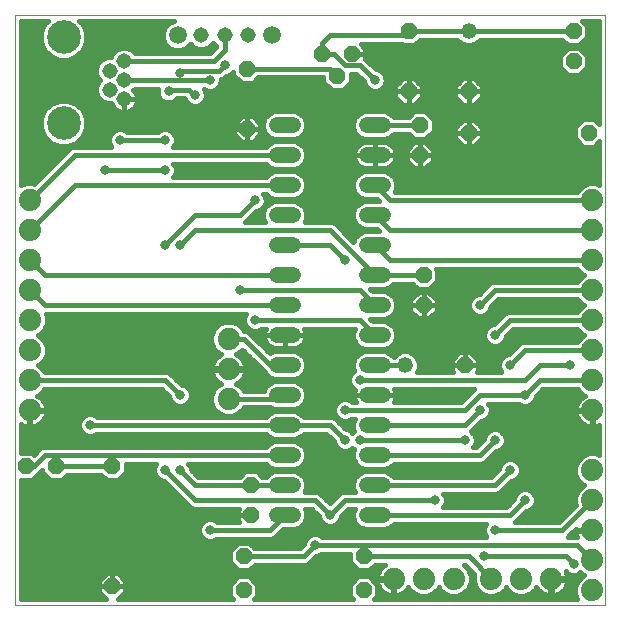
<source format=gbl>
G75*
%MOIN*%
%OFA0B0*%
%FSLAX25Y25*%
%IPPOS*%
%LPD*%
%AMOC8*
5,1,8,0,0,1.08239X$1,22.5*
%
%ADD10C,0.00000*%
%ADD11OC8,0.05200*%
%ADD12C,0.05200*%
%ADD13C,0.05150*%
%ADD14C,0.11220*%
%ADD15C,0.07400*%
%ADD16C,0.05200*%
%ADD17C,0.05937*%
%ADD18C,0.01600*%
%ADD19C,0.03169*%
D10*
X0001800Y0002083D02*
X0001800Y0198934D01*
X0198650Y0198934D01*
X0198650Y0002083D01*
X0001800Y0002083D01*
D11*
X0034300Y0008333D03*
X0034300Y0048333D03*
X0015550Y0048333D03*
X0005550Y0048333D03*
X0078050Y0018333D03*
X0078050Y0007083D03*
X0080550Y0032083D03*
X0080550Y0042083D03*
X0118050Y0018333D03*
X0118050Y0007083D03*
X0151800Y0082083D03*
X0138050Y0102083D03*
X0138050Y0112083D03*
X0136800Y0152083D03*
X0136800Y0162083D03*
X0133050Y0173333D03*
X0114300Y0185833D03*
X0109300Y0178333D03*
X0104300Y0185833D03*
X0079300Y0180833D03*
X0079300Y0160833D03*
X0133050Y0193333D03*
X0153050Y0173333D03*
X0153050Y0159583D03*
X0188050Y0183333D03*
X0188050Y0193333D03*
X0193050Y0159583D03*
D12*
X0153050Y0193333D03*
X0131800Y0082083D03*
D13*
X0038129Y0170784D03*
X0033404Y0173934D03*
X0038129Y0177083D03*
X0033404Y0180233D03*
X0038129Y0183383D03*
X0063926Y0192083D03*
X0071800Y0192083D03*
X0079674Y0192083D03*
D14*
X0018050Y0191453D03*
X0018050Y0162713D03*
D15*
X0006800Y0137083D03*
X0006800Y0127083D03*
X0006800Y0117083D03*
X0006800Y0107083D03*
X0006800Y0097083D03*
X0006800Y0087083D03*
X0006800Y0077083D03*
X0006800Y0067083D03*
X0073050Y0070833D03*
X0073050Y0080833D03*
X0073050Y0090833D03*
X0128050Y0010833D03*
X0138050Y0010833D03*
X0148050Y0010833D03*
X0160550Y0010833D03*
X0170550Y0010833D03*
X0180550Y0010833D03*
X0194300Y0007083D03*
X0194300Y0017083D03*
X0194300Y0027083D03*
X0194300Y0037083D03*
X0194300Y0047083D03*
X0194300Y0067083D03*
X0194300Y0077083D03*
X0194300Y0087083D03*
X0194300Y0097083D03*
X0194300Y0107083D03*
X0194300Y0117083D03*
X0194300Y0127083D03*
X0194300Y0137083D03*
D16*
X0124400Y0132083D02*
X0119200Y0132083D01*
X0119200Y0142083D02*
X0124400Y0142083D01*
X0124400Y0152083D02*
X0119200Y0152083D01*
X0119200Y0162083D02*
X0124400Y0162083D01*
X0094400Y0162083D02*
X0089200Y0162083D01*
X0089200Y0152083D02*
X0094400Y0152083D01*
X0094400Y0142083D02*
X0089200Y0142083D01*
X0089200Y0132083D02*
X0094400Y0132083D01*
X0094400Y0122083D02*
X0089200Y0122083D01*
X0089200Y0112083D02*
X0094400Y0112083D01*
X0094400Y0102083D02*
X0089200Y0102083D01*
X0089200Y0092083D02*
X0094400Y0092083D01*
X0094400Y0082083D02*
X0089200Y0082083D01*
X0089200Y0072083D02*
X0094400Y0072083D01*
X0094400Y0062083D02*
X0089200Y0062083D01*
X0089200Y0052083D02*
X0094400Y0052083D01*
X0094400Y0042083D02*
X0089200Y0042083D01*
X0089200Y0032083D02*
X0094400Y0032083D01*
X0119200Y0032083D02*
X0124400Y0032083D01*
X0124400Y0042083D02*
X0119200Y0042083D01*
X0119200Y0052083D02*
X0124400Y0052083D01*
X0124400Y0062083D02*
X0119200Y0062083D01*
X0119200Y0072083D02*
X0124400Y0072083D01*
X0124400Y0082083D02*
X0119200Y0082083D01*
X0119200Y0092083D02*
X0124400Y0092083D01*
X0124400Y0102083D02*
X0119200Y0102083D01*
X0119200Y0112083D02*
X0124400Y0112083D01*
X0124400Y0122083D02*
X0119200Y0122083D01*
D17*
X0087548Y0192083D03*
X0056052Y0192083D03*
D18*
X0057996Y0187511D02*
X0063011Y0187511D01*
X0063016Y0187509D02*
X0064836Y0187509D01*
X0066517Y0188205D01*
X0067804Y0189492D01*
X0067863Y0189634D01*
X0067922Y0189492D01*
X0069000Y0188414D01*
X0069000Y0188243D01*
X0066939Y0186183D01*
X0041798Y0186183D01*
X0040720Y0187261D01*
X0039039Y0187957D01*
X0037219Y0187957D01*
X0035537Y0187261D01*
X0034250Y0185974D01*
X0033767Y0184808D01*
X0032494Y0184808D01*
X0030813Y0184111D01*
X0029526Y0182824D01*
X0028830Y0181143D01*
X0028830Y0179323D01*
X0029526Y0177642D01*
X0030084Y0177083D01*
X0029526Y0176525D01*
X0028830Y0174844D01*
X0028830Y0173024D01*
X0029526Y0171342D01*
X0030813Y0170055D01*
X0032494Y0169359D01*
X0033992Y0169359D01*
X0034074Y0169105D01*
X0034387Y0168491D01*
X0034792Y0167934D01*
X0035279Y0167447D01*
X0035836Y0167042D01*
X0036449Y0166730D01*
X0024623Y0166730D01*
X0024502Y0167024D02*
X0022361Y0169165D01*
X0019564Y0170323D01*
X0016536Y0170323D01*
X0013739Y0169165D01*
X0011598Y0167024D01*
X0010440Y0164227D01*
X0010440Y0161199D01*
X0011598Y0158402D01*
X0013739Y0156262D01*
X0016536Y0155103D01*
X0019564Y0155103D01*
X0022361Y0156262D01*
X0024502Y0158402D01*
X0025660Y0161199D01*
X0025660Y0164227D01*
X0024502Y0167024D01*
X0023197Y0168329D02*
X0034505Y0168329D01*
X0036449Y0166730D02*
X0037104Y0166517D01*
X0037784Y0166409D01*
X0038129Y0166409D01*
X0038473Y0166409D01*
X0039153Y0166517D01*
X0039808Y0166730D01*
X0040422Y0167042D01*
X0040979Y0167447D01*
X0041466Y0167934D01*
X0041870Y0168491D01*
X0042183Y0169105D01*
X0042396Y0169760D01*
X0042504Y0170440D01*
X0042504Y0170784D01*
X0038129Y0170784D01*
X0038129Y0170784D01*
X0042504Y0170784D01*
X0042504Y0171128D01*
X0042396Y0171809D01*
X0042183Y0172463D01*
X0041870Y0173077D01*
X0041466Y0173634D01*
X0041307Y0173792D01*
X0041798Y0174283D01*
X0049564Y0174283D01*
X0049466Y0174046D01*
X0049466Y0172620D01*
X0050011Y0171303D01*
X0051020Y0170295D01*
X0052337Y0169749D01*
X0053763Y0169749D01*
X0055080Y0170295D01*
X0055919Y0171134D01*
X0058314Y0171134D01*
X0058761Y0170053D01*
X0059770Y0169045D01*
X0061087Y0168499D01*
X0062513Y0168499D01*
X0063830Y0169045D01*
X0064839Y0170053D01*
X0065384Y0171370D01*
X0065384Y0172796D01*
X0064887Y0173996D01*
X0066087Y0173499D01*
X0067513Y0173499D01*
X0068830Y0174045D01*
X0069839Y0175053D01*
X0070384Y0176370D01*
X0070384Y0177433D01*
X0070507Y0177433D01*
X0071536Y0177859D01*
X0072176Y0178499D01*
X0072513Y0178499D01*
X0073830Y0179045D01*
X0074700Y0179914D01*
X0074700Y0178928D01*
X0077395Y0176233D01*
X0081205Y0176233D01*
X0083005Y0178033D01*
X0104700Y0178033D01*
X0104700Y0176428D01*
X0107395Y0173733D01*
X0111205Y0173733D01*
X0113900Y0176428D01*
X0113900Y0179283D01*
X0115640Y0179283D01*
X0118216Y0176708D01*
X0118216Y0176370D01*
X0118761Y0175053D01*
X0119770Y0174045D01*
X0121087Y0173499D01*
X0122513Y0173499D01*
X0123830Y0174045D01*
X0124839Y0175053D01*
X0125384Y0176370D01*
X0125384Y0177796D01*
X0124839Y0179114D01*
X0123830Y0180122D01*
X0122513Y0180668D01*
X0122176Y0180668D01*
X0118700Y0184143D01*
X0118700Y0185833D01*
X0114300Y0185833D01*
X0114300Y0185833D01*
X0118700Y0185833D01*
X0118700Y0187656D01*
X0117073Y0189283D01*
X0130595Y0189283D01*
X0131145Y0188733D01*
X0134955Y0188733D01*
X0136755Y0190533D01*
X0149345Y0190533D01*
X0150444Y0189434D01*
X0152135Y0188733D01*
X0153965Y0188733D01*
X0155656Y0189434D01*
X0156755Y0190533D01*
X0184345Y0190533D01*
X0186145Y0188733D01*
X0189955Y0188733D01*
X0192650Y0191428D01*
X0192650Y0195239D01*
X0190955Y0196934D01*
X0196650Y0196934D01*
X0196650Y0162488D01*
X0194955Y0164183D01*
X0191145Y0164183D01*
X0188450Y0161489D01*
X0188450Y0157678D01*
X0191145Y0154983D01*
X0194955Y0154983D01*
X0196650Y0156678D01*
X0196650Y0142279D01*
X0195434Y0142783D01*
X0193166Y0142783D01*
X0191071Y0141916D01*
X0189468Y0140312D01*
X0189290Y0139883D01*
X0128468Y0139883D01*
X0129000Y0141168D01*
X0129000Y0142998D01*
X0128300Y0144689D01*
X0127006Y0145983D01*
X0125315Y0146683D01*
X0118285Y0146683D01*
X0116594Y0145983D01*
X0115300Y0144689D01*
X0114600Y0142998D01*
X0114600Y0141168D01*
X0115300Y0139478D01*
X0116594Y0138184D01*
X0118285Y0137483D01*
X0122440Y0137483D01*
X0123240Y0136683D01*
X0118285Y0136683D01*
X0116594Y0135983D01*
X0115300Y0134689D01*
X0114600Y0132998D01*
X0114600Y0131168D01*
X0115300Y0129478D01*
X0116594Y0128184D01*
X0118285Y0127483D01*
X0122440Y0127483D01*
X0123240Y0126683D01*
X0118285Y0126683D01*
X0116594Y0125983D01*
X0115300Y0124689D01*
X0114672Y0123171D01*
X0108386Y0129457D01*
X0107357Y0129883D01*
X0098468Y0129883D01*
X0099000Y0131168D01*
X0099000Y0132998D01*
X0098300Y0134689D01*
X0097006Y0135983D01*
X0095315Y0136683D01*
X0088285Y0136683D01*
X0086594Y0135983D01*
X0085300Y0134689D01*
X0084600Y0132998D01*
X0084600Y0131168D01*
X0085132Y0129883D01*
X0078560Y0129883D01*
X0079174Y0130497D01*
X0082176Y0133499D01*
X0082513Y0133499D01*
X0083830Y0134045D01*
X0084839Y0135053D01*
X0085384Y0136370D01*
X0085384Y0137796D01*
X0084839Y0139114D01*
X0084669Y0139283D01*
X0085495Y0139283D01*
X0086594Y0138184D01*
X0088285Y0137483D01*
X0095315Y0137483D01*
X0097006Y0138184D01*
X0098300Y0139478D01*
X0099000Y0141168D01*
X0099000Y0142998D01*
X0098300Y0144689D01*
X0097006Y0145983D01*
X0095315Y0146683D01*
X0088285Y0146683D01*
X0086594Y0145983D01*
X0085495Y0144883D01*
X0054669Y0144883D01*
X0054839Y0145053D01*
X0055384Y0146370D01*
X0055384Y0147796D01*
X0054839Y0149114D01*
X0054669Y0149283D01*
X0085495Y0149283D01*
X0086594Y0148184D01*
X0088285Y0147483D01*
X0095315Y0147483D01*
X0097006Y0148184D01*
X0098300Y0149478D01*
X0099000Y0151168D01*
X0099000Y0152998D01*
X0098300Y0154689D01*
X0097006Y0155983D01*
X0095315Y0156683D01*
X0088285Y0156683D01*
X0086594Y0155983D01*
X0085495Y0154883D01*
X0054669Y0154883D01*
X0054839Y0155053D01*
X0055384Y0156370D01*
X0055384Y0157796D01*
X0054839Y0159114D01*
X0053830Y0160122D01*
X0052513Y0160668D01*
X0051087Y0160668D01*
X0049770Y0160122D01*
X0049531Y0159883D01*
X0039069Y0159883D01*
X0038830Y0160122D01*
X0037513Y0160668D01*
X0036087Y0160668D01*
X0034770Y0160122D01*
X0033761Y0159114D01*
X0033216Y0157796D01*
X0033216Y0156370D01*
X0033761Y0155053D01*
X0033931Y0154883D01*
X0021243Y0154883D01*
X0020214Y0154457D01*
X0019426Y0153669D01*
X0008363Y0142606D01*
X0007934Y0142783D01*
X0005666Y0142783D01*
X0003800Y0142010D01*
X0003800Y0196934D01*
X0012768Y0196934D01*
X0011598Y0195764D01*
X0010440Y0192967D01*
X0010440Y0189940D01*
X0011598Y0187143D01*
X0013739Y0185002D01*
X0016536Y0183843D01*
X0019564Y0183843D01*
X0022361Y0185002D01*
X0024502Y0187143D01*
X0025660Y0189940D01*
X0025660Y0192967D01*
X0024502Y0195764D01*
X0023332Y0196934D01*
X0054779Y0196934D01*
X0053238Y0196295D01*
X0051840Y0194898D01*
X0051083Y0193072D01*
X0051083Y0191095D01*
X0051840Y0189269D01*
X0053238Y0187871D01*
X0055064Y0187115D01*
X0057040Y0187115D01*
X0058866Y0187871D01*
X0060264Y0189269D01*
X0060266Y0189274D01*
X0061335Y0188205D01*
X0063016Y0187509D01*
X0064841Y0187511D02*
X0068268Y0187511D01*
X0068304Y0189109D02*
X0067422Y0189109D01*
X0071800Y0187083D02*
X0071800Y0192083D01*
X0071800Y0187083D02*
X0068099Y0183383D01*
X0038129Y0183383D01*
X0040117Y0187511D02*
X0054108Y0187511D01*
X0052000Y0189109D02*
X0025316Y0189109D01*
X0025660Y0190708D02*
X0051244Y0190708D01*
X0051083Y0192306D02*
X0025660Y0192306D01*
X0025272Y0193905D02*
X0051429Y0193905D01*
X0052445Y0195503D02*
X0024610Y0195503D01*
X0024654Y0187511D02*
X0036140Y0187511D01*
X0034225Y0185912D02*
X0023271Y0185912D01*
X0020700Y0184314D02*
X0031301Y0184314D01*
X0029481Y0182715D02*
X0003800Y0182715D01*
X0003800Y0181117D02*
X0028830Y0181117D01*
X0028830Y0179518D02*
X0003800Y0179518D01*
X0003800Y0177920D02*
X0029411Y0177920D01*
X0029441Y0176321D02*
X0003800Y0176321D01*
X0003800Y0174723D02*
X0028830Y0174723D01*
X0028830Y0173124D02*
X0003800Y0173124D01*
X0003800Y0171526D02*
X0029450Y0171526D01*
X0031123Y0169927D02*
X0020521Y0169927D01*
X0015579Y0169927D02*
X0003800Y0169927D01*
X0003800Y0168329D02*
X0012903Y0168329D01*
X0011477Y0166730D02*
X0003800Y0166730D01*
X0003800Y0165131D02*
X0010814Y0165131D01*
X0010440Y0163533D02*
X0003800Y0163533D01*
X0003800Y0161934D02*
X0010440Y0161934D01*
X0010797Y0160336D02*
X0003800Y0160336D01*
X0003800Y0158737D02*
X0011460Y0158737D01*
X0012862Y0157139D02*
X0003800Y0157139D01*
X0003800Y0155540D02*
X0015480Y0155540D01*
X0018100Y0152343D02*
X0003800Y0152343D01*
X0003800Y0150745D02*
X0016502Y0150745D01*
X0014903Y0149146D02*
X0003800Y0149146D01*
X0003800Y0147548D02*
X0013305Y0147548D01*
X0011706Y0145949D02*
X0003800Y0145949D01*
X0003800Y0144351D02*
X0010108Y0144351D01*
X0008509Y0142752D02*
X0008009Y0142752D01*
X0005591Y0142752D02*
X0003800Y0142752D01*
X0006800Y0137083D02*
X0021800Y0152083D01*
X0091800Y0152083D01*
X0095471Y0147548D02*
X0196650Y0147548D01*
X0196650Y0149146D02*
X0140086Y0149146D01*
X0141200Y0150261D02*
X0138623Y0147683D01*
X0136800Y0147683D01*
X0136800Y0152083D01*
X0136800Y0147683D01*
X0134977Y0147683D01*
X0132400Y0150261D01*
X0132400Y0152083D01*
X0136800Y0152083D01*
X0136800Y0152083D01*
X0136800Y0152083D01*
X0136800Y0152083D01*
X0141200Y0152083D01*
X0141200Y0150261D01*
X0141200Y0150745D02*
X0196650Y0150745D01*
X0196650Y0152343D02*
X0141200Y0152343D01*
X0141200Y0152083D02*
X0141200Y0153906D01*
X0138623Y0156483D01*
X0136800Y0156483D01*
X0134977Y0156483D01*
X0132400Y0153906D01*
X0132400Y0152083D01*
X0136800Y0152083D01*
X0141200Y0152083D01*
X0141164Y0153942D02*
X0196650Y0153942D01*
X0196650Y0155540D02*
X0195512Y0155540D01*
X0190588Y0155540D02*
X0155230Y0155540D01*
X0154873Y0155183D02*
X0157450Y0157761D01*
X0157450Y0159583D01*
X0153050Y0159583D01*
X0153050Y0155183D01*
X0154873Y0155183D01*
X0153050Y0155183D02*
X0153050Y0159583D01*
X0153050Y0159583D01*
X0153050Y0159583D01*
X0148650Y0159583D01*
X0148650Y0157761D01*
X0151227Y0155183D01*
X0153050Y0155183D01*
X0153050Y0155540D02*
X0153050Y0155540D01*
X0153050Y0157139D02*
X0153050Y0157139D01*
X0153050Y0158737D02*
X0153050Y0158737D01*
X0153050Y0159583D02*
X0153050Y0159583D01*
X0157450Y0159583D01*
X0157450Y0161406D01*
X0154873Y0163983D01*
X0153050Y0163983D01*
X0151227Y0163983D01*
X0148650Y0161406D01*
X0148650Y0159583D01*
X0153050Y0159583D01*
X0153050Y0163983D01*
X0153050Y0159583D01*
X0153050Y0159583D01*
X0153050Y0160336D02*
X0153050Y0160336D01*
X0153050Y0161934D02*
X0153050Y0161934D01*
X0153050Y0163533D02*
X0153050Y0163533D01*
X0155323Y0163533D02*
X0190494Y0163533D01*
X0188896Y0161934D02*
X0156921Y0161934D01*
X0157450Y0160336D02*
X0188450Y0160336D01*
X0188450Y0158737D02*
X0157450Y0158737D01*
X0156828Y0157139D02*
X0188989Y0157139D01*
X0195606Y0163533D02*
X0196650Y0163533D01*
X0196650Y0165131D02*
X0140257Y0165131D01*
X0141400Y0163989D02*
X0138705Y0166683D01*
X0134895Y0166683D01*
X0133095Y0164883D01*
X0128105Y0164883D01*
X0127006Y0165983D01*
X0125315Y0166683D01*
X0118285Y0166683D01*
X0116594Y0165983D01*
X0115300Y0164689D01*
X0114600Y0162998D01*
X0114600Y0161168D01*
X0115300Y0159478D01*
X0116594Y0158184D01*
X0118285Y0157483D01*
X0125315Y0157483D01*
X0127006Y0158184D01*
X0128105Y0159283D01*
X0133095Y0159283D01*
X0134895Y0157483D01*
X0138705Y0157483D01*
X0141400Y0160178D01*
X0141400Y0163989D01*
X0141400Y0163533D02*
X0150777Y0163533D01*
X0149179Y0161934D02*
X0141400Y0161934D01*
X0141400Y0160336D02*
X0148650Y0160336D01*
X0148650Y0158737D02*
X0139959Y0158737D01*
X0139565Y0155540D02*
X0150870Y0155540D01*
X0149272Y0157139D02*
X0081828Y0157139D01*
X0081123Y0156433D02*
X0083700Y0159011D01*
X0083700Y0160833D01*
X0079300Y0160833D01*
X0079300Y0156433D01*
X0079300Y0160833D01*
X0079300Y0160833D01*
X0074900Y0160833D01*
X0074900Y0159011D01*
X0077477Y0156433D01*
X0079300Y0156433D01*
X0081123Y0156433D01*
X0079300Y0157139D02*
X0079300Y0157139D01*
X0079300Y0158737D02*
X0079300Y0158737D01*
X0079300Y0160336D02*
X0079300Y0160336D01*
X0079300Y0160833D02*
X0079300Y0160833D01*
X0079300Y0160833D01*
X0078050Y0162083D01*
X0041800Y0162083D01*
X0038314Y0160336D02*
X0050286Y0160336D01*
X0051800Y0157083D02*
X0036800Y0157083D01*
X0035286Y0160336D02*
X0025303Y0160336D01*
X0025660Y0161934D02*
X0074900Y0161934D01*
X0074900Y0162656D02*
X0074900Y0160833D01*
X0079300Y0160833D01*
X0083700Y0160833D01*
X0083700Y0162656D01*
X0081123Y0165233D01*
X0079300Y0165233D01*
X0077477Y0165233D01*
X0074900Y0162656D01*
X0075777Y0163533D02*
X0025660Y0163533D01*
X0025286Y0165131D02*
X0077376Y0165131D01*
X0079300Y0165131D02*
X0079300Y0165131D01*
X0079300Y0165233D02*
X0079300Y0160833D01*
X0079300Y0160833D01*
X0079300Y0165233D01*
X0079300Y0163533D02*
X0079300Y0163533D01*
X0079300Y0161934D02*
X0079300Y0161934D01*
X0081224Y0165131D02*
X0085743Y0165131D01*
X0085300Y0164689D02*
X0084600Y0162998D01*
X0084600Y0161168D01*
X0085300Y0159478D01*
X0086594Y0158184D01*
X0088285Y0157483D01*
X0095315Y0157483D01*
X0097006Y0158184D01*
X0098300Y0159478D01*
X0099000Y0161168D01*
X0099000Y0162998D01*
X0098300Y0164689D01*
X0097006Y0165983D01*
X0095315Y0166683D01*
X0088285Y0166683D01*
X0086594Y0165983D01*
X0085300Y0164689D01*
X0084821Y0163533D02*
X0082823Y0163533D01*
X0083700Y0161934D02*
X0084600Y0161934D01*
X0084945Y0160336D02*
X0083700Y0160336D01*
X0083427Y0158737D02*
X0086041Y0158737D01*
X0086152Y0155540D02*
X0055040Y0155540D01*
X0055384Y0157139D02*
X0076772Y0157139D01*
X0075173Y0158737D02*
X0054994Y0158737D01*
X0053314Y0160336D02*
X0074900Y0160336D01*
X0064713Y0169927D02*
X0130234Y0169927D01*
X0131227Y0168933D02*
X0128650Y0171511D01*
X0128650Y0173333D01*
X0133050Y0173333D01*
X0133050Y0168933D01*
X0133050Y0173333D01*
X0133050Y0173333D01*
X0133050Y0173333D01*
X0133050Y0173333D01*
X0137450Y0173333D01*
X0137450Y0171511D01*
X0134873Y0168933D01*
X0133050Y0168933D01*
X0131227Y0168933D01*
X0133050Y0169927D02*
X0133050Y0169927D01*
X0133050Y0171526D02*
X0133050Y0171526D01*
X0133050Y0173124D02*
X0133050Y0173124D01*
X0133050Y0173333D02*
X0128650Y0173333D01*
X0128650Y0175156D01*
X0131227Y0177733D01*
X0133050Y0177733D01*
X0133050Y0173333D01*
X0137450Y0173333D01*
X0137450Y0175156D01*
X0134873Y0177733D01*
X0133050Y0177733D01*
X0133050Y0173333D01*
X0133050Y0173333D01*
X0133050Y0174723D02*
X0133050Y0174723D01*
X0133050Y0176321D02*
X0133050Y0176321D01*
X0136285Y0176321D02*
X0149815Y0176321D01*
X0148650Y0175156D02*
X0148650Y0173333D01*
X0148650Y0171511D01*
X0151227Y0168933D01*
X0153050Y0168933D01*
X0153050Y0173333D01*
X0153050Y0168933D01*
X0154873Y0168933D01*
X0157450Y0171511D01*
X0157450Y0173333D01*
X0153050Y0173333D01*
X0153050Y0173333D01*
X0148650Y0173333D01*
X0153050Y0173333D01*
X0153050Y0173333D01*
X0153050Y0173333D01*
X0157450Y0173333D01*
X0157450Y0175156D01*
X0154873Y0177733D01*
X0153050Y0177733D01*
X0151227Y0177733D01*
X0148650Y0175156D01*
X0148650Y0174723D02*
X0137450Y0174723D01*
X0137450Y0173124D02*
X0148650Y0173124D01*
X0148650Y0171526D02*
X0137450Y0171526D01*
X0135866Y0169927D02*
X0150234Y0169927D01*
X0153050Y0169927D02*
X0153050Y0169927D01*
X0153050Y0171526D02*
X0153050Y0171526D01*
X0153050Y0173124D02*
X0153050Y0173124D01*
X0153050Y0173333D02*
X0153050Y0177733D01*
X0153050Y0173333D01*
X0153050Y0173333D01*
X0153050Y0174723D02*
X0153050Y0174723D01*
X0153050Y0176321D02*
X0153050Y0176321D01*
X0156285Y0176321D02*
X0196650Y0176321D01*
X0196650Y0174723D02*
X0157450Y0174723D01*
X0157450Y0173124D02*
X0196650Y0173124D01*
X0196650Y0171526D02*
X0157450Y0171526D01*
X0155866Y0169927D02*
X0196650Y0169927D01*
X0196650Y0168329D02*
X0041752Y0168329D01*
X0042422Y0169927D02*
X0051907Y0169927D01*
X0054193Y0169927D02*
X0058887Y0169927D01*
X0061800Y0172083D02*
X0059950Y0173934D01*
X0053650Y0173934D01*
X0053050Y0173333D01*
X0049466Y0173124D02*
X0041836Y0173124D01*
X0042441Y0171526D02*
X0049919Y0171526D01*
X0056800Y0179583D02*
X0057450Y0180233D01*
X0069950Y0180233D01*
X0071800Y0182083D01*
X0074304Y0179518D02*
X0074700Y0179518D01*
X0075708Y0177920D02*
X0071596Y0177920D01*
X0070364Y0176321D02*
X0077307Y0176321D01*
X0081293Y0176321D02*
X0104807Y0176321D01*
X0104700Y0177920D02*
X0082892Y0177920D01*
X0079300Y0180833D02*
X0106800Y0180833D01*
X0109300Y0178333D01*
X0111800Y0182083D02*
X0116800Y0182083D01*
X0121800Y0177083D01*
X0119092Y0174723D02*
X0112195Y0174723D01*
X0113793Y0176321D02*
X0118236Y0176321D01*
X0117004Y0177920D02*
X0113900Y0177920D01*
X0111800Y0182083D02*
X0108050Y0185833D01*
X0104300Y0185833D01*
X0104300Y0189583D01*
X0106800Y0192083D01*
X0131800Y0192083D01*
X0133050Y0193333D01*
X0153050Y0193333D01*
X0188050Y0193333D01*
X0192650Y0193905D02*
X0196650Y0193905D01*
X0196650Y0195503D02*
X0192385Y0195503D01*
X0192650Y0192306D02*
X0196650Y0192306D01*
X0196650Y0190708D02*
X0191930Y0190708D01*
X0190331Y0189109D02*
X0196650Y0189109D01*
X0196650Y0187511D02*
X0190378Y0187511D01*
X0189955Y0187933D02*
X0186145Y0187933D01*
X0183450Y0185239D01*
X0183450Y0181428D01*
X0186145Y0178733D01*
X0189955Y0178733D01*
X0192650Y0181428D01*
X0192650Y0185239D01*
X0189955Y0187933D01*
X0191977Y0185912D02*
X0196650Y0185912D01*
X0196650Y0184314D02*
X0192650Y0184314D01*
X0192650Y0182715D02*
X0196650Y0182715D01*
X0196650Y0181117D02*
X0192339Y0181117D01*
X0190740Y0179518D02*
X0196650Y0179518D01*
X0196650Y0177920D02*
X0125333Y0177920D01*
X0125364Y0176321D02*
X0129815Y0176321D01*
X0128650Y0174723D02*
X0124508Y0174723D01*
X0128650Y0173124D02*
X0065248Y0173124D01*
X0065384Y0171526D02*
X0128650Y0171526D01*
X0124434Y0179518D02*
X0185360Y0179518D01*
X0183761Y0181117D02*
X0121727Y0181117D01*
X0120128Y0182715D02*
X0183450Y0182715D01*
X0183450Y0184314D02*
X0118700Y0184314D01*
X0118700Y0185912D02*
X0184123Y0185912D01*
X0185722Y0187511D02*
X0118700Y0187511D01*
X0117247Y0189109D02*
X0130769Y0189109D01*
X0135331Y0189109D02*
X0151228Y0189109D01*
X0154872Y0189109D02*
X0185769Y0189109D01*
X0196650Y0166730D02*
X0039808Y0166730D01*
X0038129Y0166730D02*
X0038129Y0166730D01*
X0038129Y0166409D02*
X0038129Y0170784D01*
X0038129Y0170784D01*
X0038129Y0166409D01*
X0038129Y0168329D02*
X0038129Y0168329D01*
X0038129Y0169927D02*
X0038129Y0169927D01*
X0038129Y0177083D02*
X0066800Y0177083D01*
X0069508Y0174723D02*
X0106405Y0174723D01*
X0097857Y0165131D02*
X0115743Y0165131D01*
X0114821Y0163533D02*
X0098779Y0163533D01*
X0099000Y0161934D02*
X0114600Y0161934D01*
X0114945Y0160336D02*
X0098655Y0160336D01*
X0097559Y0158737D02*
X0116041Y0158737D01*
X0117511Y0156161D02*
X0116894Y0155847D01*
X0116334Y0155439D01*
X0115844Y0154950D01*
X0115437Y0154389D01*
X0115122Y0153772D01*
X0114908Y0153114D01*
X0114800Y0152430D01*
X0114800Y0152083D01*
X0114800Y0151737D01*
X0114908Y0151053D01*
X0115122Y0150394D01*
X0115437Y0149777D01*
X0115844Y0149217D01*
X0116334Y0148727D01*
X0116894Y0148320D01*
X0117511Y0148006D01*
X0118170Y0147792D01*
X0118854Y0147683D01*
X0121800Y0147683D01*
X0124746Y0147683D01*
X0125430Y0147792D01*
X0126089Y0148006D01*
X0126706Y0148320D01*
X0127266Y0148727D01*
X0127756Y0149217D01*
X0128163Y0149777D01*
X0128478Y0150394D01*
X0128692Y0151053D01*
X0128800Y0151737D01*
X0128800Y0152083D01*
X0121800Y0152083D01*
X0121800Y0147683D01*
X0121800Y0152083D01*
X0121800Y0152083D01*
X0114800Y0152083D01*
X0121800Y0152083D01*
X0121800Y0152083D01*
X0121800Y0152083D01*
X0128800Y0152083D01*
X0128800Y0152430D01*
X0128692Y0153114D01*
X0128478Y0153772D01*
X0128163Y0154389D01*
X0127756Y0154950D01*
X0127266Y0155439D01*
X0126706Y0155847D01*
X0126089Y0156161D01*
X0125430Y0156375D01*
X0124746Y0156483D01*
X0121800Y0156483D01*
X0118854Y0156483D01*
X0118170Y0156375D01*
X0117511Y0156161D01*
X0116473Y0155540D02*
X0097448Y0155540D01*
X0098609Y0153942D02*
X0115209Y0153942D01*
X0114800Y0152343D02*
X0099000Y0152343D01*
X0098825Y0150745D02*
X0115008Y0150745D01*
X0115914Y0149146D02*
X0097968Y0149146D01*
X0097039Y0145949D02*
X0116561Y0145949D01*
X0115160Y0144351D02*
X0098440Y0144351D01*
X0099000Y0142752D02*
X0114600Y0142752D01*
X0114606Y0141154D02*
X0098994Y0141154D01*
X0098332Y0139555D02*
X0115268Y0139555D01*
X0117142Y0137957D02*
X0096458Y0137957D01*
X0096100Y0136358D02*
X0117500Y0136358D01*
X0115371Y0134760D02*
X0098229Y0134760D01*
X0098933Y0133161D02*
X0114667Y0133161D01*
X0114600Y0131563D02*
X0099000Y0131563D01*
X0098501Y0129964D02*
X0115099Y0129964D01*
X0116412Y0128366D02*
X0109477Y0128366D01*
X0111076Y0126767D02*
X0123156Y0126767D01*
X0126800Y0127083D02*
X0121800Y0132083D01*
X0126800Y0127083D02*
X0194300Y0127083D01*
X0194300Y0117083D02*
X0126800Y0117083D01*
X0121800Y0122083D01*
X0115780Y0125169D02*
X0112674Y0125169D01*
X0114273Y0123570D02*
X0114837Y0123570D01*
X0111800Y0117083D02*
X0106800Y0122083D01*
X0091800Y0122083D01*
X0085099Y0129964D02*
X0078641Y0129964D01*
X0080239Y0131563D02*
X0084600Y0131563D01*
X0084667Y0133161D02*
X0081838Y0133161D01*
X0084545Y0134760D02*
X0085371Y0134760D01*
X0085379Y0136358D02*
X0087500Y0136358D01*
X0087142Y0137957D02*
X0085318Y0137957D01*
X0081800Y0137083D02*
X0076800Y0132083D01*
X0061800Y0132083D01*
X0051800Y0122083D01*
X0056800Y0122083D02*
X0061800Y0127083D01*
X0106800Y0127083D01*
X0121800Y0112083D01*
X0138050Y0112083D01*
X0134444Y0109184D02*
X0128006Y0109184D01*
X0128105Y0109283D02*
X0134345Y0109283D01*
X0136145Y0107483D01*
X0139955Y0107483D01*
X0142650Y0110178D01*
X0142650Y0113989D01*
X0142355Y0114283D01*
X0189290Y0114283D01*
X0189468Y0113855D01*
X0191071Y0112251D01*
X0191476Y0112083D01*
X0191071Y0111916D01*
X0189468Y0110312D01*
X0189290Y0109883D01*
X0161243Y0109883D01*
X0160214Y0109457D01*
X0156424Y0105668D01*
X0156087Y0105668D01*
X0154770Y0105122D01*
X0153761Y0104114D01*
X0153216Y0102796D01*
X0153216Y0101370D01*
X0153761Y0100053D01*
X0154770Y0099045D01*
X0156087Y0098499D01*
X0157513Y0098499D01*
X0158830Y0099045D01*
X0159839Y0100053D01*
X0160384Y0101370D01*
X0160384Y0101708D01*
X0162960Y0104283D01*
X0189290Y0104283D01*
X0189468Y0103855D01*
X0191071Y0102251D01*
X0191476Y0102083D01*
X0191071Y0101916D01*
X0189468Y0100312D01*
X0189290Y0099883D01*
X0166243Y0099883D01*
X0165214Y0099457D01*
X0161424Y0095668D01*
X0161087Y0095668D01*
X0159770Y0095122D01*
X0158761Y0094114D01*
X0158216Y0092796D01*
X0158216Y0091370D01*
X0158761Y0090053D01*
X0159770Y0089045D01*
X0161087Y0088499D01*
X0162513Y0088499D01*
X0163830Y0089045D01*
X0164839Y0090053D01*
X0165384Y0091370D01*
X0165384Y0091708D01*
X0167960Y0094283D01*
X0189290Y0094283D01*
X0189468Y0093855D01*
X0191071Y0092251D01*
X0191476Y0092083D01*
X0191071Y0091916D01*
X0189468Y0090312D01*
X0189290Y0089883D01*
X0171243Y0089883D01*
X0170214Y0089457D01*
X0166424Y0085668D01*
X0166087Y0085668D01*
X0164770Y0085122D01*
X0163761Y0084114D01*
X0163216Y0082796D01*
X0163216Y0081370D01*
X0163761Y0080053D01*
X0163931Y0079883D01*
X0155823Y0079883D01*
X0156200Y0080261D01*
X0156200Y0082083D01*
X0151800Y0082083D01*
X0147400Y0082083D01*
X0147400Y0080261D01*
X0147777Y0079883D01*
X0135868Y0079883D01*
X0136400Y0081168D01*
X0136400Y0082998D01*
X0135700Y0084689D01*
X0134406Y0085983D01*
X0132715Y0086683D01*
X0130885Y0086683D01*
X0129194Y0085983D01*
X0128100Y0084889D01*
X0127006Y0085983D01*
X0125315Y0086683D01*
X0118285Y0086683D01*
X0116594Y0085983D01*
X0115300Y0084689D01*
X0114600Y0082998D01*
X0114600Y0081168D01*
X0114995Y0080215D01*
X0114770Y0080122D01*
X0113761Y0079114D01*
X0113216Y0077796D01*
X0113216Y0076370D01*
X0113761Y0075053D01*
X0114770Y0074045D01*
X0115176Y0073877D01*
X0115122Y0073772D01*
X0114908Y0073114D01*
X0114800Y0072430D01*
X0114800Y0072083D01*
X0114800Y0071737D01*
X0114908Y0071053D01*
X0115122Y0070394D01*
X0115383Y0069883D01*
X0114069Y0069883D01*
X0113830Y0070122D01*
X0112513Y0070668D01*
X0111087Y0070668D01*
X0109770Y0070122D01*
X0108761Y0069114D01*
X0108216Y0067796D01*
X0108216Y0066370D01*
X0108761Y0065053D01*
X0109770Y0064045D01*
X0111087Y0063499D01*
X0112513Y0063499D01*
X0113830Y0064045D01*
X0114069Y0064283D01*
X0115132Y0064283D01*
X0114600Y0062998D01*
X0114600Y0061168D01*
X0114995Y0060215D01*
X0114770Y0060122D01*
X0114300Y0059652D01*
X0113830Y0060122D01*
X0112513Y0060668D01*
X0112176Y0060668D01*
X0108386Y0064457D01*
X0107357Y0064883D01*
X0098105Y0064883D01*
X0097006Y0065983D01*
X0095315Y0066683D01*
X0088285Y0066683D01*
X0086594Y0065983D01*
X0085495Y0064883D01*
X0029069Y0064883D01*
X0028830Y0065122D01*
X0027513Y0065668D01*
X0026087Y0065668D01*
X0024770Y0065122D01*
X0023761Y0064114D01*
X0023216Y0062796D01*
X0023216Y0061370D01*
X0023761Y0060053D01*
X0024770Y0059045D01*
X0026087Y0058499D01*
X0027513Y0058499D01*
X0028830Y0059045D01*
X0029069Y0059283D01*
X0085495Y0059283D01*
X0086594Y0058184D01*
X0088285Y0057483D01*
X0095315Y0057483D01*
X0097006Y0058184D01*
X0098105Y0059283D01*
X0105640Y0059283D01*
X0108216Y0056708D01*
X0108216Y0056370D01*
X0108761Y0055053D01*
X0109770Y0054045D01*
X0111087Y0053499D01*
X0112513Y0053499D01*
X0113830Y0054045D01*
X0114300Y0054514D01*
X0114770Y0054045D01*
X0114995Y0053952D01*
X0114600Y0052998D01*
X0114600Y0051168D01*
X0115300Y0049478D01*
X0116594Y0048184D01*
X0118285Y0047483D01*
X0125315Y0047483D01*
X0127006Y0048184D01*
X0128105Y0049283D01*
X0157357Y0049283D01*
X0158386Y0049710D01*
X0159174Y0050497D01*
X0162176Y0053499D01*
X0162513Y0053499D01*
X0163830Y0054045D01*
X0164839Y0055053D01*
X0165384Y0056370D01*
X0165384Y0057796D01*
X0164839Y0059114D01*
X0163830Y0060122D01*
X0162513Y0060668D01*
X0161087Y0060668D01*
X0159770Y0060122D01*
X0158761Y0059114D01*
X0158216Y0057796D01*
X0158216Y0057459D01*
X0155640Y0054883D01*
X0154669Y0054883D01*
X0154839Y0055053D01*
X0155384Y0056370D01*
X0155384Y0057796D01*
X0154839Y0059114D01*
X0153830Y0060122D01*
X0153808Y0060131D01*
X0154174Y0060497D01*
X0157176Y0063499D01*
X0157513Y0063499D01*
X0158830Y0064045D01*
X0159839Y0065053D01*
X0160384Y0066370D01*
X0160384Y0067796D01*
X0159839Y0069114D01*
X0159669Y0069283D01*
X0169531Y0069283D01*
X0169770Y0069045D01*
X0171087Y0068499D01*
X0172513Y0068499D01*
X0173830Y0069045D01*
X0174839Y0070053D01*
X0175384Y0071370D01*
X0175384Y0071708D01*
X0177960Y0074283D01*
X0189290Y0074283D01*
X0189468Y0073855D01*
X0191071Y0072251D01*
X0191764Y0071964D01*
X0191417Y0071787D01*
X0190717Y0071278D01*
X0190105Y0070666D01*
X0189596Y0069966D01*
X0189203Y0069195D01*
X0188935Y0068371D01*
X0188800Y0067516D01*
X0188800Y0067283D01*
X0194100Y0067283D01*
X0194100Y0066883D01*
X0194500Y0066883D01*
X0194500Y0061583D01*
X0194733Y0061583D01*
X0195588Y0061719D01*
X0196411Y0061986D01*
X0196650Y0062108D01*
X0196650Y0052279D01*
X0195434Y0052783D01*
X0193166Y0052783D01*
X0191071Y0051916D01*
X0189468Y0050312D01*
X0188600Y0048217D01*
X0188600Y0045950D01*
X0189468Y0043855D01*
X0191071Y0042251D01*
X0191476Y0042083D01*
X0191071Y0041916D01*
X0189468Y0040312D01*
X0188600Y0038217D01*
X0188600Y0035950D01*
X0188778Y0035521D01*
X0183140Y0029883D01*
X0168560Y0029883D01*
X0169174Y0030497D01*
X0172176Y0033499D01*
X0172513Y0033499D01*
X0173830Y0034045D01*
X0174839Y0035053D01*
X0175384Y0036370D01*
X0175384Y0037796D01*
X0174839Y0039114D01*
X0173830Y0040122D01*
X0172513Y0040668D01*
X0171087Y0040668D01*
X0169770Y0040122D01*
X0168761Y0039114D01*
X0168216Y0037796D01*
X0168216Y0037459D01*
X0165640Y0034883D01*
X0144669Y0034883D01*
X0144839Y0035053D01*
X0145384Y0036370D01*
X0145384Y0037796D01*
X0144839Y0039114D01*
X0144669Y0039283D01*
X0162357Y0039283D01*
X0163386Y0039710D01*
X0164174Y0040497D01*
X0167176Y0043499D01*
X0167513Y0043499D01*
X0168830Y0044045D01*
X0169839Y0045053D01*
X0170384Y0046370D01*
X0170384Y0047796D01*
X0169839Y0049114D01*
X0168830Y0050122D01*
X0167513Y0050668D01*
X0166087Y0050668D01*
X0164770Y0050122D01*
X0163761Y0049114D01*
X0163216Y0047796D01*
X0163216Y0047459D01*
X0160640Y0044883D01*
X0128105Y0044883D01*
X0127006Y0045983D01*
X0125315Y0046683D01*
X0118285Y0046683D01*
X0116594Y0045983D01*
X0115300Y0044689D01*
X0114600Y0042998D01*
X0114600Y0041168D01*
X0115132Y0039883D01*
X0111243Y0039883D01*
X0110214Y0039457D01*
X0109426Y0038669D01*
X0106800Y0036043D01*
X0103386Y0039457D01*
X0102357Y0039883D01*
X0098468Y0039883D01*
X0099000Y0041168D01*
X0099000Y0042998D01*
X0098300Y0044689D01*
X0097006Y0045983D01*
X0095315Y0046683D01*
X0088285Y0046683D01*
X0086594Y0045983D01*
X0085495Y0044883D01*
X0084255Y0044883D01*
X0082455Y0046683D01*
X0078645Y0046683D01*
X0076845Y0044883D01*
X0062960Y0044883D01*
X0060384Y0047459D01*
X0060384Y0047796D01*
X0059839Y0049114D01*
X0059669Y0049283D01*
X0085495Y0049283D01*
X0086594Y0048184D01*
X0088285Y0047483D01*
X0095315Y0047483D01*
X0097006Y0048184D01*
X0098300Y0049478D01*
X0099000Y0051168D01*
X0099000Y0052998D01*
X0098300Y0054689D01*
X0097006Y0055983D01*
X0095315Y0056683D01*
X0088285Y0056683D01*
X0086594Y0055983D01*
X0085495Y0054883D01*
X0011243Y0054883D01*
X0010214Y0054457D01*
X0009426Y0053669D01*
X0008073Y0052316D01*
X0007455Y0052933D01*
X0003800Y0052933D01*
X0003800Y0062465D01*
X0003917Y0062379D01*
X0004689Y0061986D01*
X0005512Y0061719D01*
X0006367Y0061583D01*
X0006600Y0061583D01*
X0006600Y0066883D01*
X0007000Y0066883D01*
X0007000Y0061583D01*
X0007233Y0061583D01*
X0008088Y0061719D01*
X0008911Y0061986D01*
X0009683Y0062379D01*
X0010383Y0062888D01*
X0010995Y0063500D01*
X0011504Y0064201D01*
X0011897Y0064972D01*
X0012165Y0065795D01*
X0012300Y0066650D01*
X0012300Y0066883D01*
X0007000Y0066883D01*
X0007000Y0067283D01*
X0012300Y0067283D01*
X0012300Y0067516D01*
X0012165Y0068371D01*
X0011897Y0069195D01*
X0011504Y0069966D01*
X0010995Y0070666D01*
X0010383Y0071278D01*
X0009683Y0071787D01*
X0009336Y0071964D01*
X0010029Y0072251D01*
X0011632Y0073855D01*
X0011810Y0074283D01*
X0050640Y0074283D01*
X0053216Y0071708D01*
X0053216Y0071370D01*
X0053761Y0070053D01*
X0054770Y0069045D01*
X0056087Y0068499D01*
X0057513Y0068499D01*
X0058830Y0069045D01*
X0059839Y0070053D01*
X0060384Y0071370D01*
X0060384Y0072796D01*
X0059839Y0074114D01*
X0058830Y0075122D01*
X0057513Y0075668D01*
X0057176Y0075668D01*
X0054174Y0078669D01*
X0053386Y0079457D01*
X0052357Y0079883D01*
X0011810Y0079883D01*
X0011632Y0080312D01*
X0010029Y0081916D01*
X0009624Y0082083D01*
X0010029Y0082251D01*
X0011632Y0083855D01*
X0012500Y0085950D01*
X0012500Y0088217D01*
X0011632Y0090312D01*
X0010029Y0091916D01*
X0009624Y0092083D01*
X0010029Y0092251D01*
X0011632Y0093855D01*
X0012500Y0095950D01*
X0012500Y0098217D01*
X0012058Y0099283D01*
X0078931Y0099283D01*
X0078761Y0099114D01*
X0078216Y0097796D01*
X0078216Y0096370D01*
X0078761Y0095053D01*
X0079770Y0094045D01*
X0081087Y0093499D01*
X0082513Y0093499D01*
X0083830Y0094045D01*
X0084069Y0094283D01*
X0085383Y0094283D01*
X0085122Y0093772D01*
X0084908Y0093114D01*
X0084800Y0092430D01*
X0084800Y0092083D01*
X0084800Y0091737D01*
X0084908Y0091053D01*
X0085122Y0090394D01*
X0085437Y0089777D01*
X0085844Y0089217D01*
X0086334Y0088727D01*
X0086894Y0088320D01*
X0087511Y0088006D01*
X0088170Y0087792D01*
X0088854Y0087683D01*
X0091800Y0087683D01*
X0094746Y0087683D01*
X0095430Y0087792D01*
X0096089Y0088006D01*
X0096706Y0088320D01*
X0097266Y0088727D01*
X0097756Y0089217D01*
X0098163Y0089777D01*
X0098478Y0090394D01*
X0098692Y0091053D01*
X0098800Y0091737D01*
X0098800Y0092083D01*
X0091800Y0092083D01*
X0091800Y0087683D01*
X0091800Y0092083D01*
X0091800Y0092083D01*
X0091800Y0092083D01*
X0084800Y0092083D01*
X0091800Y0092083D01*
X0091800Y0092083D01*
X0098800Y0092083D01*
X0098800Y0092430D01*
X0098692Y0093114D01*
X0098478Y0093772D01*
X0098217Y0094283D01*
X0115132Y0094283D01*
X0114600Y0092998D01*
X0114600Y0091168D01*
X0115300Y0089478D01*
X0116594Y0088184D01*
X0118285Y0087483D01*
X0125315Y0087483D01*
X0127006Y0088184D01*
X0128300Y0089478D01*
X0129000Y0091168D01*
X0129000Y0092998D01*
X0128300Y0094689D01*
X0127006Y0095983D01*
X0125315Y0096683D01*
X0121160Y0096683D01*
X0120360Y0097483D01*
X0125315Y0097483D01*
X0127006Y0098184D01*
X0128300Y0099478D01*
X0129000Y0101168D01*
X0129000Y0102998D01*
X0128300Y0104689D01*
X0127006Y0105983D01*
X0125315Y0106683D01*
X0121160Y0106683D01*
X0120360Y0107483D01*
X0125315Y0107483D01*
X0127006Y0108184D01*
X0128105Y0109283D01*
X0125561Y0107585D02*
X0136043Y0107585D01*
X0136227Y0106483D02*
X0133650Y0103906D01*
X0133650Y0102083D01*
X0133650Y0100261D01*
X0136227Y0097683D01*
X0138050Y0097683D01*
X0138050Y0102083D01*
X0138050Y0097683D01*
X0139873Y0097683D01*
X0142450Y0100261D01*
X0142450Y0102083D01*
X0138050Y0102083D01*
X0138050Y0102083D01*
X0133650Y0102083D01*
X0138050Y0102083D01*
X0138050Y0102083D01*
X0138050Y0102083D01*
X0142450Y0102083D01*
X0142450Y0103906D01*
X0139873Y0106483D01*
X0138050Y0106483D01*
X0136227Y0106483D01*
X0135731Y0105987D02*
X0126997Y0105987D01*
X0128424Y0104388D02*
X0134132Y0104388D01*
X0133650Y0102790D02*
X0129000Y0102790D01*
X0129000Y0101191D02*
X0133650Y0101191D01*
X0134318Y0099593D02*
X0128347Y0099593D01*
X0126548Y0097994D02*
X0135917Y0097994D01*
X0138050Y0097994D02*
X0138050Y0097994D01*
X0138050Y0099593D02*
X0138050Y0099593D01*
X0138050Y0101191D02*
X0138050Y0101191D01*
X0138050Y0102083D02*
X0138050Y0106483D01*
X0138050Y0102083D01*
X0138050Y0102083D01*
X0138050Y0102790D02*
X0138050Y0102790D01*
X0138050Y0104388D02*
X0138050Y0104388D01*
X0138050Y0105987D02*
X0138050Y0105987D01*
X0140369Y0105987D02*
X0156743Y0105987D01*
X0158342Y0107585D02*
X0140057Y0107585D01*
X0141656Y0109184D02*
X0159940Y0109184D01*
X0161800Y0107083D02*
X0156800Y0102083D01*
X0159378Y0099593D02*
X0165541Y0099593D01*
X0163751Y0097994D02*
X0140183Y0097994D01*
X0141782Y0099593D02*
X0154222Y0099593D01*
X0153290Y0101191D02*
X0142450Y0101191D01*
X0142450Y0102790D02*
X0153216Y0102790D01*
X0154036Y0104388D02*
X0141968Y0104388D01*
X0142650Y0110782D02*
X0189938Y0110782D01*
X0190942Y0112381D02*
X0142650Y0112381D01*
X0142650Y0113979D02*
X0189416Y0113979D01*
X0194300Y0107083D02*
X0161800Y0107083D01*
X0161466Y0102790D02*
X0190533Y0102790D01*
X0190347Y0101191D02*
X0160310Y0101191D01*
X0162152Y0096395D02*
X0126010Y0096395D01*
X0128192Y0094797D02*
X0159445Y0094797D01*
X0158382Y0093198D02*
X0128917Y0093198D01*
X0129000Y0091600D02*
X0158216Y0091600D01*
X0158813Y0090001D02*
X0128517Y0090001D01*
X0127225Y0088403D02*
X0169160Y0088403D01*
X0167561Y0086804D02*
X0086039Y0086804D01*
X0086782Y0086061D02*
X0079636Y0093207D01*
X0078607Y0093633D01*
X0078060Y0093633D01*
X0077882Y0094062D01*
X0076279Y0095666D01*
X0074184Y0096533D01*
X0071916Y0096533D01*
X0069821Y0095666D01*
X0068218Y0094062D01*
X0067350Y0091967D01*
X0067350Y0089700D01*
X0068218Y0087605D01*
X0069821Y0086001D01*
X0070514Y0085714D01*
X0070167Y0085537D01*
X0069467Y0085028D01*
X0068855Y0084416D01*
X0068346Y0083716D01*
X0067953Y0082945D01*
X0067685Y0082121D01*
X0067550Y0081266D01*
X0067550Y0081033D01*
X0072850Y0081033D01*
X0072850Y0080633D01*
X0067550Y0080633D01*
X0067550Y0080400D01*
X0067685Y0079545D01*
X0067953Y0078722D01*
X0068346Y0077951D01*
X0068855Y0077250D01*
X0069467Y0076638D01*
X0070167Y0076129D01*
X0070514Y0075953D01*
X0069821Y0075666D01*
X0068218Y0074062D01*
X0067350Y0071967D01*
X0067350Y0069700D01*
X0068218Y0067605D01*
X0069821Y0066001D01*
X0071916Y0065133D01*
X0074184Y0065133D01*
X0076279Y0066001D01*
X0077882Y0067605D01*
X0078060Y0068033D01*
X0086957Y0068033D01*
X0088285Y0067483D01*
X0095315Y0067483D01*
X0097006Y0068184D01*
X0098300Y0069478D01*
X0099000Y0071168D01*
X0099000Y0072998D01*
X0098300Y0074689D01*
X0097006Y0075983D01*
X0095315Y0076683D01*
X0088285Y0076683D01*
X0086594Y0075983D01*
X0085300Y0074689D01*
X0084863Y0073633D01*
X0078060Y0073633D01*
X0077882Y0074062D01*
X0076279Y0075666D01*
X0075586Y0075953D01*
X0075933Y0076129D01*
X0076633Y0076638D01*
X0077245Y0077250D01*
X0077754Y0077951D01*
X0078147Y0078722D01*
X0078415Y0079545D01*
X0078550Y0080400D01*
X0078550Y0080633D01*
X0073250Y0080633D01*
X0073250Y0081033D01*
X0078550Y0081033D01*
X0078550Y0081266D01*
X0078415Y0082121D01*
X0078147Y0082945D01*
X0077754Y0083716D01*
X0077245Y0084416D01*
X0076633Y0085028D01*
X0075933Y0085537D01*
X0075586Y0085714D01*
X0076279Y0086001D01*
X0077601Y0087323D01*
X0084426Y0080497D01*
X0085197Y0079726D01*
X0085300Y0079478D01*
X0086594Y0078184D01*
X0088285Y0077483D01*
X0095315Y0077483D01*
X0097006Y0078184D01*
X0098300Y0079478D01*
X0099000Y0081168D01*
X0099000Y0082998D01*
X0098300Y0084689D01*
X0097006Y0085983D01*
X0095315Y0086683D01*
X0088285Y0086683D01*
X0086782Y0086061D01*
X0086780Y0088403D02*
X0084440Y0088403D01*
X0085323Y0090001D02*
X0082842Y0090001D01*
X0081243Y0091600D02*
X0084822Y0091600D01*
X0084936Y0093198D02*
X0079645Y0093198D01*
X0079017Y0094797D02*
X0077147Y0094797D01*
X0078216Y0096395D02*
X0074517Y0096395D01*
X0071583Y0096395D02*
X0012500Y0096395D01*
X0012500Y0097994D02*
X0078298Y0097994D01*
X0081800Y0097083D02*
X0116800Y0097083D01*
X0121800Y0092083D01*
X0116375Y0088403D02*
X0096820Y0088403D01*
X0098277Y0090001D02*
X0115083Y0090001D01*
X0114600Y0091600D02*
X0098778Y0091600D01*
X0098664Y0093198D02*
X0114683Y0093198D01*
X0115817Y0085206D02*
X0097783Y0085206D01*
X0098748Y0083607D02*
X0114852Y0083607D01*
X0114600Y0082009D02*
X0099000Y0082009D01*
X0098686Y0080410D02*
X0114914Y0080410D01*
X0113636Y0078812D02*
X0097634Y0078812D01*
X0097374Y0075615D02*
X0113529Y0075615D01*
X0113216Y0077213D02*
X0077208Y0077213D01*
X0076329Y0075615D02*
X0086226Y0075615D01*
X0085022Y0074016D02*
X0077901Y0074016D01*
X0078176Y0078812D02*
X0085966Y0078812D01*
X0084513Y0080410D02*
X0078550Y0080410D01*
X0078432Y0082009D02*
X0082915Y0082009D01*
X0081316Y0083607D02*
X0077809Y0083607D01*
X0076389Y0085206D02*
X0079718Y0085206D01*
X0078119Y0086804D02*
X0077082Y0086804D01*
X0078050Y0090833D02*
X0073050Y0090833D01*
X0069018Y0086804D02*
X0012500Y0086804D01*
X0012423Y0088403D02*
X0067887Y0088403D01*
X0067350Y0090001D02*
X0011761Y0090001D01*
X0010344Y0091600D02*
X0067350Y0091600D01*
X0067860Y0093198D02*
X0010976Y0093198D01*
X0012023Y0094797D02*
X0068953Y0094797D01*
X0069711Y0085206D02*
X0012192Y0085206D01*
X0011385Y0083607D02*
X0068291Y0083607D01*
X0067668Y0082009D02*
X0009803Y0082009D01*
X0011534Y0080410D02*
X0067550Y0080410D01*
X0067924Y0078812D02*
X0054031Y0078812D01*
X0055630Y0077213D02*
X0068892Y0077213D01*
X0069770Y0075615D02*
X0057640Y0075615D01*
X0059879Y0074016D02*
X0068199Y0074016D01*
X0067537Y0072418D02*
X0060384Y0072418D01*
X0060156Y0070819D02*
X0067350Y0070819D01*
X0067548Y0069221D02*
X0059006Y0069221D01*
X0056800Y0072083D02*
X0051800Y0077083D01*
X0006800Y0077083D01*
X0010196Y0072418D02*
X0052506Y0072418D01*
X0053444Y0070819D02*
X0010842Y0070819D01*
X0011884Y0069221D02*
X0054594Y0069221D01*
X0050907Y0074016D02*
X0011699Y0074016D01*
X0012283Y0067622D02*
X0068210Y0067622D01*
X0069799Y0066024D02*
X0012201Y0066024D01*
X0011618Y0064425D02*
X0024073Y0064425D01*
X0023228Y0062827D02*
X0010298Y0062827D01*
X0007000Y0062827D02*
X0006600Y0062827D01*
X0006600Y0064425D02*
X0007000Y0064425D01*
X0007000Y0066024D02*
X0006600Y0066024D01*
X0003800Y0061228D02*
X0023275Y0061228D01*
X0024185Y0059630D02*
X0003800Y0059630D01*
X0003800Y0058031D02*
X0086962Y0058031D01*
X0087680Y0056433D02*
X0003800Y0056433D01*
X0003800Y0054834D02*
X0011124Y0054834D01*
X0008993Y0053236D02*
X0003800Y0053236D01*
X0005550Y0048333D02*
X0008050Y0048333D01*
X0011800Y0052083D01*
X0091800Y0052083D01*
X0095920Y0056433D02*
X0108216Y0056433D01*
X0108980Y0054834D02*
X0098154Y0054834D01*
X0098902Y0053236D02*
X0114698Y0053236D01*
X0114600Y0051637D02*
X0099000Y0051637D01*
X0098532Y0050039D02*
X0115068Y0050039D01*
X0116338Y0048440D02*
X0097262Y0048440D01*
X0097746Y0045243D02*
X0115854Y0045243D01*
X0114868Y0043645D02*
X0098732Y0043645D01*
X0099000Y0042046D02*
X0114600Y0042046D01*
X0114899Y0040448D02*
X0098701Y0040448D01*
X0101800Y0037083D02*
X0106800Y0032083D01*
X0111800Y0037083D01*
X0141800Y0037083D01*
X0145087Y0035652D02*
X0166409Y0035652D01*
X0168007Y0037251D02*
X0145384Y0037251D01*
X0144948Y0038849D02*
X0168652Y0038849D01*
X0170556Y0040448D02*
X0164124Y0040448D01*
X0165723Y0042046D02*
X0191386Y0042046D01*
X0189678Y0043645D02*
X0167864Y0043645D01*
X0169917Y0045243D02*
X0188893Y0045243D01*
X0188600Y0046842D02*
X0170384Y0046842D01*
X0170118Y0048440D02*
X0188692Y0048440D01*
X0189355Y0050039D02*
X0168914Y0050039D01*
X0166800Y0047083D02*
X0161800Y0042083D01*
X0121800Y0042083D01*
X0127746Y0045243D02*
X0161000Y0045243D01*
X0162599Y0046842D02*
X0061001Y0046842D01*
X0060118Y0048440D02*
X0086338Y0048440D01*
X0085854Y0045243D02*
X0083896Y0045243D01*
X0080550Y0042083D02*
X0061800Y0042083D01*
X0056800Y0047083D01*
X0051800Y0047083D02*
X0061800Y0037083D01*
X0101800Y0037083D01*
X0103994Y0038849D02*
X0109606Y0038849D01*
X0108007Y0037251D02*
X0105593Y0037251D01*
X0100870Y0034054D02*
X0098563Y0034054D01*
X0098468Y0034283D02*
X0100640Y0034283D01*
X0103216Y0031708D01*
X0103216Y0031370D01*
X0103761Y0030053D01*
X0104770Y0029045D01*
X0106087Y0028499D01*
X0107513Y0028499D01*
X0108830Y0029045D01*
X0109839Y0030053D01*
X0110384Y0031370D01*
X0110384Y0031708D01*
X0112960Y0034283D01*
X0115132Y0034283D01*
X0114600Y0032998D01*
X0114600Y0031168D01*
X0115300Y0029478D01*
X0116594Y0028184D01*
X0118285Y0027483D01*
X0125315Y0027483D01*
X0127006Y0028184D01*
X0128105Y0029283D01*
X0158931Y0029283D01*
X0158761Y0029114D01*
X0158216Y0027796D01*
X0158216Y0026370D01*
X0158761Y0025053D01*
X0158931Y0024883D01*
X0104069Y0024883D01*
X0103830Y0025122D01*
X0102513Y0025668D01*
X0101087Y0025668D01*
X0099770Y0025122D01*
X0098761Y0024114D01*
X0098216Y0022796D01*
X0098216Y0022459D01*
X0096890Y0021133D01*
X0081755Y0021133D01*
X0079955Y0022933D01*
X0076145Y0022933D01*
X0073450Y0020239D01*
X0073450Y0016428D01*
X0076145Y0013733D01*
X0079955Y0013733D01*
X0081755Y0015533D01*
X0098607Y0015533D01*
X0099636Y0015960D01*
X0102176Y0018499D01*
X0102513Y0018499D01*
X0103830Y0019045D01*
X0104069Y0019283D01*
X0113450Y0019283D01*
X0113450Y0016428D01*
X0116145Y0013733D01*
X0119955Y0013733D01*
X0121755Y0015533D01*
X0125162Y0015533D01*
X0124467Y0015028D01*
X0123855Y0014416D01*
X0123346Y0013716D01*
X0122953Y0012945D01*
X0122685Y0012121D01*
X0122550Y0011266D01*
X0122550Y0011033D01*
X0127850Y0011033D01*
X0127850Y0010633D01*
X0128250Y0010633D01*
X0128250Y0005333D01*
X0128483Y0005333D01*
X0129338Y0005469D01*
X0130161Y0005736D01*
X0130933Y0006129D01*
X0131633Y0006638D01*
X0132245Y0007250D01*
X0132754Y0007951D01*
X0132931Y0008298D01*
X0133218Y0007605D01*
X0134821Y0006001D01*
X0136916Y0005133D01*
X0139184Y0005133D01*
X0141279Y0006001D01*
X0142882Y0007605D01*
X0143050Y0008010D01*
X0143218Y0007605D01*
X0144821Y0006001D01*
X0146916Y0005133D01*
X0149184Y0005133D01*
X0151279Y0006001D01*
X0152882Y0007605D01*
X0153750Y0009700D01*
X0153750Y0011967D01*
X0152882Y0014062D01*
X0151411Y0015533D01*
X0151890Y0015533D01*
X0155028Y0012396D01*
X0154850Y0011967D01*
X0154850Y0009700D01*
X0155718Y0007605D01*
X0157321Y0006001D01*
X0159416Y0005133D01*
X0161684Y0005133D01*
X0163779Y0006001D01*
X0165382Y0007605D01*
X0165550Y0008010D01*
X0165718Y0007605D01*
X0167321Y0006001D01*
X0169416Y0005133D01*
X0171684Y0005133D01*
X0173779Y0006001D01*
X0175382Y0007605D01*
X0175669Y0008298D01*
X0175846Y0007951D01*
X0176355Y0007250D01*
X0176967Y0006638D01*
X0177667Y0006129D01*
X0178439Y0005736D01*
X0179262Y0005469D01*
X0180117Y0005333D01*
X0180350Y0005333D01*
X0180350Y0010633D01*
X0180750Y0010633D01*
X0180750Y0005333D01*
X0180983Y0005333D01*
X0181838Y0005469D01*
X0182661Y0005736D01*
X0183433Y0006129D01*
X0184133Y0006638D01*
X0184745Y0007250D01*
X0185254Y0007951D01*
X0185647Y0008722D01*
X0185915Y0009545D01*
X0186050Y0010400D01*
X0186050Y0010633D01*
X0180750Y0010633D01*
X0180750Y0011033D01*
X0186050Y0011033D01*
X0186050Y0011266D01*
X0185915Y0012121D01*
X0185647Y0012945D01*
X0185416Y0013399D01*
X0186020Y0012795D01*
X0187337Y0012249D01*
X0188763Y0012249D01*
X0190080Y0012795D01*
X0190304Y0013018D01*
X0191071Y0012251D01*
X0191476Y0012083D01*
X0191071Y0011916D01*
X0189468Y0010312D01*
X0188600Y0008217D01*
X0188600Y0005950D01*
X0189373Y0004083D01*
X0121555Y0004083D01*
X0122650Y0005178D01*
X0122650Y0008989D01*
X0119955Y0011683D01*
X0116145Y0011683D01*
X0113450Y0008989D01*
X0113450Y0005178D01*
X0114545Y0004083D01*
X0081555Y0004083D01*
X0082650Y0005178D01*
X0082650Y0008989D01*
X0079955Y0011683D01*
X0076145Y0011683D01*
X0073450Y0008989D01*
X0073450Y0005178D01*
X0074545Y0004083D01*
X0036273Y0004083D01*
X0038700Y0006511D01*
X0038700Y0008333D01*
X0034300Y0008333D01*
X0029900Y0008333D01*
X0029900Y0006511D01*
X0032327Y0004083D01*
X0003800Y0004083D01*
X0003800Y0043733D01*
X0007455Y0043733D01*
X0010150Y0046428D01*
X0010150Y0046474D01*
X0010950Y0047274D01*
X0010950Y0046428D01*
X0013645Y0043733D01*
X0017455Y0043733D01*
X0019255Y0045533D01*
X0030595Y0045533D01*
X0032395Y0043733D01*
X0036205Y0043733D01*
X0038900Y0046428D01*
X0038900Y0049283D01*
X0048931Y0049283D01*
X0048761Y0049114D01*
X0048216Y0047796D01*
X0048216Y0046370D01*
X0048761Y0045053D01*
X0049770Y0044045D01*
X0051087Y0043499D01*
X0051424Y0043499D01*
X0059426Y0035497D01*
X0060214Y0034710D01*
X0061243Y0034283D01*
X0076527Y0034283D01*
X0076150Y0033906D01*
X0076150Y0032083D01*
X0076150Y0030261D01*
X0076527Y0029883D01*
X0069069Y0029883D01*
X0068830Y0030122D01*
X0067513Y0030668D01*
X0066087Y0030668D01*
X0064770Y0030122D01*
X0063761Y0029114D01*
X0063216Y0027796D01*
X0063216Y0026370D01*
X0063761Y0025053D01*
X0064770Y0024045D01*
X0066087Y0023499D01*
X0067513Y0023499D01*
X0068830Y0024045D01*
X0069069Y0024283D01*
X0087357Y0024283D01*
X0088386Y0024710D01*
X0091160Y0027483D01*
X0095315Y0027483D01*
X0097006Y0028184D01*
X0098300Y0029478D01*
X0099000Y0031168D01*
X0099000Y0032998D01*
X0098468Y0034283D01*
X0099000Y0032455D02*
X0102468Y0032455D01*
X0103429Y0030857D02*
X0098871Y0030857D01*
X0098080Y0029258D02*
X0104556Y0029258D01*
X0109044Y0029258D02*
X0115520Y0029258D01*
X0114729Y0030857D02*
X0110171Y0030857D01*
X0111132Y0032455D02*
X0114600Y0032455D01*
X0115037Y0034054D02*
X0112730Y0034054D01*
X0117860Y0027660D02*
X0095740Y0027660D01*
X0099110Y0024462D02*
X0087789Y0024462D01*
X0089737Y0026061D02*
X0158344Y0026061D01*
X0158216Y0027660D02*
X0125740Y0027660D01*
X0128080Y0029258D02*
X0158906Y0029258D01*
X0161800Y0027083D02*
X0184300Y0027083D01*
X0194300Y0037083D01*
X0189603Y0040448D02*
X0173044Y0040448D01*
X0174948Y0038849D02*
X0188862Y0038849D01*
X0188600Y0037251D02*
X0175384Y0037251D01*
X0175087Y0035652D02*
X0188723Y0035652D01*
X0187310Y0034054D02*
X0173839Y0034054D01*
X0171131Y0032455D02*
X0185712Y0032455D01*
X0185550Y0034583D02*
X0185550Y0058333D01*
X0181800Y0062083D01*
X0186800Y0067083D01*
X0194300Y0067083D01*
X0194100Y0066883D02*
X0194100Y0061583D01*
X0193867Y0061583D01*
X0193012Y0061719D01*
X0192189Y0061986D01*
X0191417Y0062379D01*
X0190717Y0062888D01*
X0190105Y0063500D01*
X0189596Y0064201D01*
X0189203Y0064972D01*
X0188935Y0065795D01*
X0188800Y0066650D01*
X0188800Y0066883D01*
X0194100Y0066883D01*
X0194100Y0066024D02*
X0194500Y0066024D01*
X0194500Y0064425D02*
X0194100Y0064425D01*
X0194100Y0062827D02*
X0194500Y0062827D01*
X0196650Y0061228D02*
X0154905Y0061228D01*
X0154322Y0059630D02*
X0159278Y0059630D01*
X0158313Y0058031D02*
X0155287Y0058031D01*
X0155384Y0056433D02*
X0157190Y0056433D01*
X0156800Y0052083D02*
X0121800Y0052083D01*
X0127262Y0048440D02*
X0163482Y0048440D01*
X0164686Y0050039D02*
X0158715Y0050039D01*
X0160314Y0051637D02*
X0190793Y0051637D01*
X0196650Y0053236D02*
X0161912Y0053236D01*
X0164620Y0054834D02*
X0196650Y0054834D01*
X0196650Y0056433D02*
X0165384Y0056433D01*
X0165287Y0058031D02*
X0196650Y0058031D01*
X0196650Y0059630D02*
X0164322Y0059630D01*
X0161800Y0057083D02*
X0156800Y0052083D01*
X0151800Y0057083D02*
X0116800Y0057083D01*
X0114600Y0061228D02*
X0111615Y0061228D01*
X0110016Y0062827D02*
X0114600Y0062827D01*
X0111800Y0067083D02*
X0151800Y0067083D01*
X0156800Y0072083D01*
X0171800Y0072083D01*
X0176800Y0077083D01*
X0194300Y0077083D01*
X0190904Y0072418D02*
X0176094Y0072418D01*
X0175156Y0070819D02*
X0190258Y0070819D01*
X0189216Y0069221D02*
X0174006Y0069221D01*
X0169594Y0069221D02*
X0159731Y0069221D01*
X0160384Y0067622D02*
X0188817Y0067622D01*
X0188899Y0066024D02*
X0160241Y0066024D01*
X0159211Y0064425D02*
X0189482Y0064425D01*
X0190802Y0062827D02*
X0156503Y0062827D01*
X0156800Y0067083D02*
X0151800Y0062083D01*
X0121800Y0062083D01*
X0128217Y0069883D02*
X0150640Y0069883D01*
X0154426Y0073669D01*
X0155040Y0074283D01*
X0128217Y0074283D01*
X0128478Y0073772D01*
X0128692Y0073114D01*
X0128800Y0072430D01*
X0128800Y0072083D01*
X0121800Y0072083D01*
X0114800Y0072083D01*
X0121800Y0072083D01*
X0121800Y0072083D01*
X0121800Y0072083D01*
X0128800Y0072083D01*
X0128800Y0071737D01*
X0128692Y0071053D01*
X0128478Y0070394D01*
X0128217Y0069883D01*
X0128616Y0070819D02*
X0151576Y0070819D01*
X0153175Y0072418D02*
X0128800Y0072418D01*
X0128353Y0074016D02*
X0154773Y0074016D01*
X0156200Y0080410D02*
X0163613Y0080410D01*
X0163216Y0082009D02*
X0156200Y0082009D01*
X0156200Y0082083D02*
X0156200Y0083906D01*
X0153623Y0086483D01*
X0151800Y0086483D01*
X0149977Y0086483D01*
X0147400Y0083906D01*
X0147400Y0082083D01*
X0151800Y0082083D01*
X0151800Y0082083D01*
X0151800Y0082083D01*
X0156200Y0082083D01*
X0156200Y0083607D02*
X0163552Y0083607D01*
X0164973Y0085206D02*
X0154900Y0085206D01*
X0151800Y0085206D02*
X0151800Y0085206D01*
X0151800Y0086483D02*
X0151800Y0082083D01*
X0151800Y0082083D01*
X0151800Y0086483D01*
X0148700Y0085206D02*
X0135183Y0085206D01*
X0136148Y0083607D02*
X0147400Y0083607D01*
X0147400Y0082009D02*
X0136400Y0082009D01*
X0136086Y0080410D02*
X0147400Y0080410D01*
X0151800Y0083607D02*
X0151800Y0083607D01*
X0161800Y0092083D02*
X0166800Y0097083D01*
X0194300Y0097083D01*
X0190124Y0093198D02*
X0166875Y0093198D01*
X0165384Y0091600D02*
X0190756Y0091600D01*
X0189339Y0090001D02*
X0164787Y0090001D01*
X0171800Y0087083D02*
X0166800Y0082083D01*
X0171800Y0077083D02*
X0176800Y0082083D01*
X0186800Y0082083D01*
X0189401Y0074016D02*
X0177693Y0074016D01*
X0171800Y0077083D02*
X0116800Y0077083D01*
X0114838Y0074016D02*
X0098578Y0074016D01*
X0099000Y0072418D02*
X0114800Y0072418D01*
X0114984Y0070819D02*
X0098855Y0070819D01*
X0098043Y0069221D02*
X0108869Y0069221D01*
X0108216Y0067622D02*
X0095650Y0067622D01*
X0096907Y0066024D02*
X0108359Y0066024D01*
X0108418Y0064425D02*
X0109389Y0064425D01*
X0106800Y0062083D02*
X0111800Y0057083D01*
X0106892Y0058031D02*
X0096638Y0058031D01*
X0091800Y0062083D02*
X0106800Y0062083D01*
X0091800Y0062083D02*
X0026800Y0062083D01*
X0034300Y0048333D02*
X0015550Y0048333D01*
X0018965Y0045243D02*
X0030885Y0045243D01*
X0037715Y0045243D02*
X0048683Y0045243D01*
X0048216Y0046842D02*
X0038900Y0046842D01*
X0038900Y0048440D02*
X0048482Y0048440D01*
X0050736Y0043645D02*
X0003800Y0043645D01*
X0003800Y0042046D02*
X0052877Y0042046D01*
X0054476Y0040448D02*
X0003800Y0040448D01*
X0003800Y0038849D02*
X0056074Y0038849D01*
X0057673Y0037251D02*
X0003800Y0037251D01*
X0003800Y0035652D02*
X0059271Y0035652D01*
X0063906Y0029258D02*
X0003800Y0029258D01*
X0003800Y0027660D02*
X0063216Y0027660D01*
X0063344Y0026061D02*
X0003800Y0026061D01*
X0003800Y0024462D02*
X0064352Y0024462D01*
X0066800Y0027083D02*
X0086800Y0027083D01*
X0091800Y0032083D01*
X0091800Y0042083D02*
X0080550Y0042083D01*
X0077204Y0045243D02*
X0062600Y0045243D01*
X0076298Y0034054D02*
X0003800Y0034054D01*
X0003800Y0032455D02*
X0076150Y0032455D01*
X0076150Y0032083D02*
X0080550Y0032083D01*
X0076150Y0032083D01*
X0076150Y0030857D02*
X0003800Y0030857D01*
X0003800Y0022864D02*
X0076075Y0022864D01*
X0074477Y0021265D02*
X0003800Y0021265D01*
X0003800Y0019667D02*
X0073450Y0019667D01*
X0073450Y0018068D02*
X0003800Y0018068D01*
X0003800Y0016470D02*
X0073450Y0016470D01*
X0075007Y0014871D02*
X0003800Y0014871D01*
X0003800Y0013273D02*
X0123120Y0013273D01*
X0122615Y0011674D02*
X0119964Y0011674D01*
X0121563Y0010076D02*
X0122601Y0010076D01*
X0122550Y0010400D02*
X0122685Y0009545D01*
X0122953Y0008722D01*
X0123346Y0007951D01*
X0123855Y0007250D01*
X0124467Y0006638D01*
X0125167Y0006129D01*
X0125939Y0005736D01*
X0126762Y0005469D01*
X0127617Y0005333D01*
X0127850Y0005333D01*
X0127850Y0010633D01*
X0122550Y0010633D01*
X0122550Y0010400D01*
X0122650Y0008477D02*
X0123078Y0008477D01*
X0122650Y0006879D02*
X0124226Y0006879D01*
X0122650Y0005280D02*
X0136561Y0005280D01*
X0139539Y0005280D02*
X0146561Y0005280D01*
X0143943Y0006879D02*
X0142157Y0006879D01*
X0149539Y0005280D02*
X0159061Y0005280D01*
X0162039Y0005280D02*
X0169061Y0005280D01*
X0172039Y0005280D02*
X0188877Y0005280D01*
X0188600Y0006879D02*
X0184374Y0006879D01*
X0185522Y0008477D02*
X0188708Y0008477D01*
X0189370Y0010076D02*
X0185999Y0010076D01*
X0185985Y0011674D02*
X0190830Y0011674D01*
X0188050Y0015833D02*
X0185550Y0018333D01*
X0158050Y0018333D01*
X0153050Y0018333D02*
X0160550Y0010833D01*
X0156443Y0006879D02*
X0152157Y0006879D01*
X0153244Y0008477D02*
X0155356Y0008477D01*
X0154850Y0010076D02*
X0153750Y0010076D01*
X0153750Y0011674D02*
X0154850Y0011674D01*
X0154151Y0013273D02*
X0153209Y0013273D01*
X0152552Y0014871D02*
X0152073Y0014871D01*
X0153050Y0018333D02*
X0118050Y0018333D01*
X0115007Y0014871D02*
X0081093Y0014871D01*
X0078050Y0018333D02*
X0098050Y0018333D01*
X0101800Y0022083D01*
X0189300Y0022083D01*
X0194300Y0017083D01*
X0189248Y0024883D02*
X0186060Y0024883D01*
X0186674Y0025497D01*
X0188820Y0027644D01*
X0188800Y0027516D01*
X0188800Y0027283D01*
X0194100Y0027283D01*
X0194100Y0026883D01*
X0188800Y0026883D01*
X0188800Y0026650D01*
X0188935Y0025795D01*
X0189203Y0024972D01*
X0189248Y0024883D01*
X0188893Y0026061D02*
X0187237Y0026061D01*
X0186674Y0025497D02*
X0186674Y0025497D01*
X0184113Y0030857D02*
X0169533Y0030857D01*
X0169174Y0030497D02*
X0169174Y0030497D01*
X0166800Y0032083D02*
X0121800Y0032083D01*
X0113450Y0018068D02*
X0101745Y0018068D01*
X0100146Y0016470D02*
X0113450Y0016470D01*
X0116136Y0011674D02*
X0079964Y0011674D01*
X0081563Y0010076D02*
X0114537Y0010076D01*
X0113450Y0008477D02*
X0082650Y0008477D01*
X0082650Y0006879D02*
X0113450Y0006879D01*
X0113450Y0005280D02*
X0082650Y0005280D01*
X0076136Y0011674D02*
X0037181Y0011674D01*
X0036123Y0012733D02*
X0034300Y0012733D01*
X0032477Y0012733D01*
X0029900Y0010156D01*
X0029900Y0008333D01*
X0034300Y0008333D01*
X0034300Y0008333D01*
X0034300Y0008333D01*
X0038700Y0008333D01*
X0038700Y0010156D01*
X0036123Y0012733D01*
X0034300Y0012733D02*
X0034300Y0008333D01*
X0034300Y0012733D01*
X0034300Y0011674D02*
X0034300Y0011674D01*
X0034300Y0010076D02*
X0034300Y0010076D01*
X0034300Y0008477D02*
X0034300Y0008477D01*
X0034300Y0008333D02*
X0034300Y0008333D01*
X0031130Y0005280D02*
X0003800Y0005280D01*
X0003800Y0006879D02*
X0029900Y0006879D01*
X0029900Y0008477D02*
X0003800Y0008477D01*
X0003800Y0010076D02*
X0029900Y0010076D01*
X0031419Y0011674D02*
X0003800Y0011674D01*
X0008965Y0045243D02*
X0012135Y0045243D01*
X0010950Y0046842D02*
X0010518Y0046842D01*
X0038700Y0010076D02*
X0074537Y0010076D01*
X0073450Y0008477D02*
X0038700Y0008477D01*
X0038700Y0006879D02*
X0073450Y0006879D01*
X0073450Y0005280D02*
X0037470Y0005280D01*
X0080025Y0022864D02*
X0098244Y0022864D01*
X0097022Y0021265D02*
X0081623Y0021265D01*
X0080550Y0032083D02*
X0080550Y0032083D01*
X0076301Y0066024D02*
X0086693Y0066024D01*
X0087949Y0067622D02*
X0077890Y0067622D01*
X0073050Y0070833D02*
X0090550Y0070833D01*
X0091800Y0072083D01*
X0091800Y0082083D02*
X0086800Y0082083D01*
X0078050Y0090833D01*
X0091800Y0091600D02*
X0091800Y0091600D01*
X0091800Y0090001D02*
X0091800Y0090001D01*
X0091800Y0088403D02*
X0091800Y0088403D01*
X0091800Y0102083D02*
X0011800Y0102083D01*
X0006800Y0107083D01*
X0011800Y0112083D02*
X0091800Y0112083D01*
X0076800Y0107083D02*
X0116800Y0107083D01*
X0121800Y0102083D01*
X0127783Y0085206D02*
X0128417Y0085206D01*
X0131800Y0082083D02*
X0121800Y0082083D01*
X0171800Y0037083D02*
X0166800Y0032083D01*
X0185480Y0013273D02*
X0185542Y0013273D01*
X0180750Y0010076D02*
X0180350Y0010076D01*
X0180350Y0008477D02*
X0180750Y0008477D01*
X0180750Y0006879D02*
X0180350Y0006879D01*
X0176726Y0006879D02*
X0174657Y0006879D01*
X0166443Y0006879D02*
X0164657Y0006879D01*
X0133943Y0006879D02*
X0131874Y0006879D01*
X0128250Y0006879D02*
X0127850Y0006879D01*
X0127850Y0008477D02*
X0128250Y0008477D01*
X0128250Y0010076D02*
X0127850Y0010076D01*
X0124310Y0014871D02*
X0121093Y0014871D01*
X0171800Y0087083D02*
X0194300Y0087083D01*
X0194300Y0137083D02*
X0126800Y0137083D01*
X0121800Y0142083D01*
X0127039Y0145949D02*
X0196650Y0145949D01*
X0196650Y0144351D02*
X0128440Y0144351D01*
X0129000Y0142752D02*
X0193091Y0142752D01*
X0190309Y0141154D02*
X0128994Y0141154D01*
X0127686Y0149146D02*
X0133514Y0149146D01*
X0132400Y0150745D02*
X0128592Y0150745D01*
X0128800Y0152343D02*
X0132400Y0152343D01*
X0132436Y0153942D02*
X0128391Y0153942D01*
X0127127Y0155540D02*
X0134035Y0155540D01*
X0133641Y0158737D02*
X0127559Y0158737D01*
X0121800Y0156483D02*
X0121800Y0152083D01*
X0121800Y0156483D01*
X0121800Y0155540D02*
X0121800Y0155540D01*
X0121800Y0153942D02*
X0121800Y0153942D01*
X0121800Y0152343D02*
X0121800Y0152343D01*
X0121800Y0152083D02*
X0121800Y0152083D01*
X0121800Y0150745D02*
X0121800Y0150745D01*
X0121800Y0149146D02*
X0121800Y0149146D01*
X0121800Y0162083D02*
X0136800Y0162083D01*
X0133343Y0165131D02*
X0127857Y0165131D01*
X0136800Y0156483D02*
X0136800Y0152083D01*
X0136800Y0152083D01*
X0136800Y0156483D01*
X0136800Y0155540D02*
X0136800Y0155540D01*
X0136800Y0153942D02*
X0136800Y0153942D01*
X0136800Y0152343D02*
X0136800Y0152343D01*
X0136800Y0150745D02*
X0136800Y0150745D01*
X0136800Y0149146D02*
X0136800Y0149146D01*
X0091800Y0142083D02*
X0021800Y0142083D01*
X0006800Y0127083D01*
X0006800Y0117083D02*
X0011800Y0112083D01*
X0031800Y0147083D02*
X0051800Y0147083D01*
X0054806Y0149146D02*
X0085632Y0149146D01*
X0088129Y0147548D02*
X0055384Y0147548D01*
X0055210Y0145949D02*
X0086561Y0145949D01*
X0060430Y0189109D02*
X0060104Y0189109D01*
X0033606Y0158737D02*
X0024640Y0158737D01*
X0023238Y0157139D02*
X0033216Y0157139D01*
X0033560Y0155540D02*
X0020620Y0155540D01*
X0019699Y0153942D02*
X0003800Y0153942D01*
X0003800Y0184314D02*
X0015400Y0184314D01*
X0012829Y0185912D02*
X0003800Y0185912D01*
X0003800Y0187511D02*
X0011446Y0187511D01*
X0010784Y0189109D02*
X0003800Y0189109D01*
X0003800Y0190708D02*
X0010440Y0190708D01*
X0010440Y0192306D02*
X0003800Y0192306D01*
X0003800Y0193905D02*
X0010828Y0193905D01*
X0011490Y0195503D02*
X0003800Y0195503D01*
X0195509Y0142752D02*
X0196650Y0142752D01*
D19*
X0156800Y0102083D03*
X0161800Y0092083D03*
X0166800Y0082083D03*
X0171800Y0072083D03*
X0156800Y0067083D03*
X0151800Y0057083D03*
X0161800Y0057083D03*
X0166800Y0047083D03*
X0171800Y0037083D03*
X0161800Y0027083D03*
X0158050Y0018333D03*
X0141800Y0037083D03*
X0116800Y0057083D03*
X0111800Y0057083D03*
X0111800Y0067083D03*
X0116800Y0077083D03*
X0081800Y0097083D03*
X0076800Y0107083D03*
X0056800Y0122083D03*
X0051800Y0122083D03*
X0051800Y0147083D03*
X0051800Y0157083D03*
X0041800Y0162083D03*
X0036800Y0157083D03*
X0031800Y0147083D03*
X0053050Y0173333D03*
X0056800Y0179583D03*
X0061800Y0172083D03*
X0066800Y0177083D03*
X0071800Y0182083D03*
X0081800Y0137083D03*
X0111800Y0117083D03*
X0056800Y0072083D03*
X0056800Y0047083D03*
X0051800Y0047083D03*
X0066800Y0027083D03*
X0101800Y0022083D03*
X0106800Y0032083D03*
X0185550Y0034583D03*
X0188050Y0015833D03*
X0186800Y0082083D03*
X0121800Y0177083D03*
X0026800Y0062083D03*
M02*

</source>
